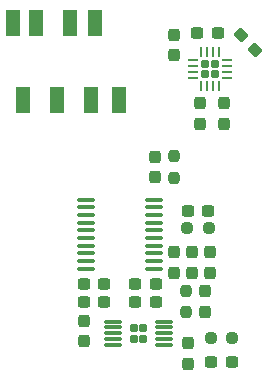
<source format=gtp>
%TF.GenerationSoftware,KiCad,Pcbnew,7.0.5*%
%TF.CreationDate,2025-04-07T23:35:03+08:00*%
%TF.ProjectId,audio-test-board,61756469-6f2d-4746-9573-742d626f6172,rev?*%
%TF.SameCoordinates,Original*%
%TF.FileFunction,Paste,Top*%
%TF.FilePolarity,Positive*%
%FSLAX46Y46*%
G04 Gerber Fmt 4.6, Leading zero omitted, Abs format (unit mm)*
G04 Created by KiCad (PCBNEW 7.0.5) date 2025-04-07 23:35:03*
%MOMM*%
%LPD*%
G01*
G04 APERTURE LIST*
G04 Aperture macros list*
%AMRoundRect*
0 Rectangle with rounded corners*
0 $1 Rounding radius*
0 $2 $3 $4 $5 $6 $7 $8 $9 X,Y pos of 4 corners*
0 Add a 4 corners polygon primitive as box body*
4,1,4,$2,$3,$4,$5,$6,$7,$8,$9,$2,$3,0*
0 Add four circle primitives for the rounded corners*
1,1,$1+$1,$2,$3*
1,1,$1+$1,$4,$5*
1,1,$1+$1,$6,$7*
1,1,$1+$1,$8,$9*
0 Add four rect primitives between the rounded corners*
20,1,$1+$1,$2,$3,$4,$5,0*
20,1,$1+$1,$4,$5,$6,$7,0*
20,1,$1+$1,$6,$7,$8,$9,0*
20,1,$1+$1,$8,$9,$2,$3,0*%
G04 Aperture macros list end*
%ADD10RoundRect,0.237500X-0.237500X0.300000X-0.237500X-0.300000X0.237500X-0.300000X0.237500X0.300000X0*%
%ADD11RoundRect,0.237500X0.237500X-0.300000X0.237500X0.300000X-0.237500X0.300000X-0.237500X-0.300000X0*%
%ADD12RoundRect,0.237500X-0.250000X-0.237500X0.250000X-0.237500X0.250000X0.237500X-0.250000X0.237500X0*%
%ADD13RoundRect,0.237500X-0.300000X-0.237500X0.300000X-0.237500X0.300000X0.237500X-0.300000X0.237500X0*%
%ADD14RoundRect,0.237500X0.250000X0.237500X-0.250000X0.237500X-0.250000X-0.237500X0.250000X-0.237500X0*%
%ADD15R,1.200000X2.300000*%
%ADD16RoundRect,0.237500X0.300000X0.237500X-0.300000X0.237500X-0.300000X-0.237500X0.300000X-0.237500X0*%
%ADD17RoundRect,0.237500X-0.237500X0.250000X-0.237500X-0.250000X0.237500X-0.250000X0.237500X0.250000X0*%
%ADD18RoundRect,0.237500X-0.380070X0.044194X0.044194X-0.380070X0.380070X-0.044194X-0.044194X0.380070X0*%
%ADD19RoundRect,0.170000X0.170000X0.170000X-0.170000X0.170000X-0.170000X-0.170000X0.170000X-0.170000X0*%
%ADD20RoundRect,0.062500X0.350000X0.062500X-0.350000X0.062500X-0.350000X-0.062500X0.350000X-0.062500X0*%
%ADD21RoundRect,0.062500X0.062500X0.350000X-0.062500X0.350000X-0.062500X-0.350000X0.062500X-0.350000X0*%
%ADD22RoundRect,0.100000X0.637500X0.100000X-0.637500X0.100000X-0.637500X-0.100000X0.637500X-0.100000X0*%
%ADD23RoundRect,0.157500X0.157500X0.222500X-0.157500X0.222500X-0.157500X-0.222500X0.157500X-0.222500X0*%
%ADD24RoundRect,0.075000X0.650000X0.075000X-0.650000X0.075000X-0.650000X-0.075000X0.650000X-0.075000X0*%
G04 APERTURE END LIST*
D10*
%TO.C,C3*%
X175586800Y-125321100D03*
X175586800Y-127046100D03*
%TD*%
D11*
%TO.C,C6*%
X176636800Y-106746100D03*
X176636800Y-105021100D03*
%TD*%
D12*
%TO.C,R3*%
X175524300Y-115553600D03*
X177349300Y-115553600D03*
%TD*%
D13*
%TO.C,C17*%
X166786800Y-120333600D03*
X168511800Y-120333600D03*
%TD*%
D14*
%TO.C,R2*%
X179349300Y-124883600D03*
X177524300Y-124883600D03*
%TD*%
D15*
%TO.C,J2*%
X167436800Y-104697600D03*
X165636800Y-98197600D03*
X164536800Y-104697600D03*
X162736800Y-98197600D03*
X161636800Y-104697600D03*
X160836800Y-98197600D03*
X169736800Y-104697600D03*
X167736800Y-98197600D03*
%TD*%
D10*
%TO.C,C4*%
X166836800Y-123421100D03*
X166836800Y-125146100D03*
%TD*%
%TO.C,C18*%
X175936800Y-117621100D03*
X175936800Y-119346100D03*
%TD*%
%TO.C,C13*%
X172796799Y-109529974D03*
X172796799Y-111254974D03*
%TD*%
D16*
%TO.C,C1*%
X179299300Y-126883600D03*
X177574300Y-126883600D03*
%TD*%
D17*
%TO.C,R1*%
X175436800Y-120883600D03*
X175436800Y-122708600D03*
%TD*%
D13*
%TO.C,C15*%
X166786800Y-121833600D03*
X168511800Y-121833600D03*
%TD*%
D11*
%TO.C,C14*%
X174436800Y-119346100D03*
X174436800Y-117621100D03*
%TD*%
D16*
%TO.C,C12*%
X177299300Y-114093600D03*
X175574300Y-114093600D03*
%TD*%
%TO.C,C8*%
X178119300Y-99083600D03*
X176394300Y-99083600D03*
%TD*%
D18*
%TO.C,C7*%
X180067040Y-99263840D03*
X181286800Y-100483600D03*
%TD*%
D16*
%TO.C,C11*%
X172882732Y-120333600D03*
X171157732Y-120333600D03*
%TD*%
D10*
%TO.C,C16*%
X177436800Y-117621100D03*
X177436800Y-119346100D03*
%TD*%
D17*
%TO.C,R4*%
X174396799Y-109479974D03*
X174396799Y-111304974D03*
%TD*%
D19*
%TO.C,U2*%
X177876800Y-102503600D03*
X177876800Y-101663600D03*
X177036800Y-102503600D03*
X177036800Y-101663600D03*
D20*
X178919300Y-102833600D03*
X178919300Y-102333600D03*
X178919300Y-101833600D03*
X178919300Y-101333600D03*
D21*
X178206800Y-100621100D03*
X177706800Y-100621100D03*
X177206800Y-100621100D03*
X176706800Y-100621100D03*
D20*
X175994300Y-101333600D03*
X175994300Y-101833600D03*
X175994300Y-102333600D03*
X175994300Y-102833600D03*
D21*
X176706800Y-103546100D03*
X177206800Y-103546100D03*
X177706800Y-103546100D03*
X178206800Y-103546100D03*
%TD*%
D16*
%TO.C,C10*%
X172882732Y-121833600D03*
X171157732Y-121833600D03*
%TD*%
D22*
%TO.C,U1*%
X172699300Y-119008600D03*
X172699300Y-118358600D03*
X172699300Y-117708600D03*
X172699300Y-117058600D03*
X172699300Y-116408600D03*
X172699300Y-115758600D03*
X172699300Y-115108600D03*
X172699300Y-114458600D03*
X172699300Y-113808600D03*
X172699300Y-113158600D03*
X166974300Y-113158600D03*
X166974300Y-113808600D03*
X166974300Y-114458600D03*
X166974300Y-115108600D03*
X166974300Y-115758600D03*
X166974300Y-116408600D03*
X166974300Y-117058600D03*
X166974300Y-117708600D03*
X166974300Y-118358600D03*
X166974300Y-119008600D03*
%TD*%
D11*
%TO.C,C2*%
X177036800Y-122658600D03*
X177036800Y-120933600D03*
%TD*%
%TO.C,C9*%
X174436800Y-100946100D03*
X174436800Y-99221100D03*
%TD*%
D23*
%TO.C,U3*%
X171826800Y-124953600D03*
X171826800Y-124013600D03*
X171046800Y-124953600D03*
X171046800Y-124013600D03*
D24*
X173586800Y-125483600D03*
X173586800Y-124983600D03*
X173586800Y-124483600D03*
X173586800Y-123983600D03*
X173586800Y-123483600D03*
X169286800Y-123483600D03*
X169286800Y-123983600D03*
X169286800Y-124483600D03*
X169286800Y-124983600D03*
X169286800Y-125483600D03*
%TD*%
D11*
%TO.C,C5*%
X178636800Y-106746100D03*
X178636800Y-105021100D03*
%TD*%
M02*

</source>
